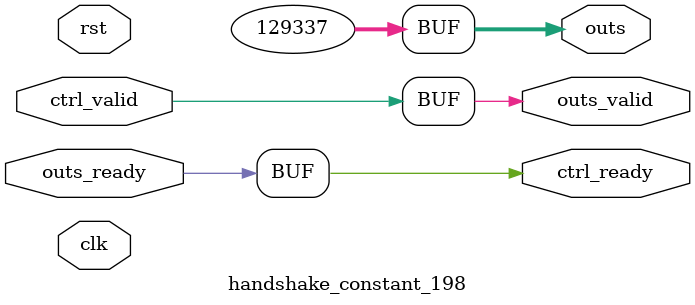
<source format=v>
`timescale 1ns / 1ps
module handshake_constant_198 #(
  parameter DATA_WIDTH = 32  // Default set to 32 bits
) (
  input                       clk,
  input                       rst,
  // Input Channel
  input                       ctrl_valid,
  output                      ctrl_ready,
  // Output Channel
  output [DATA_WIDTH - 1 : 0] outs,
  output                      outs_valid,
  input                       outs_ready
);
  assign outs       = 17'b11111100100111001;
  assign outs_valid = ctrl_valid;
  assign ctrl_ready = outs_ready;

endmodule

</source>
